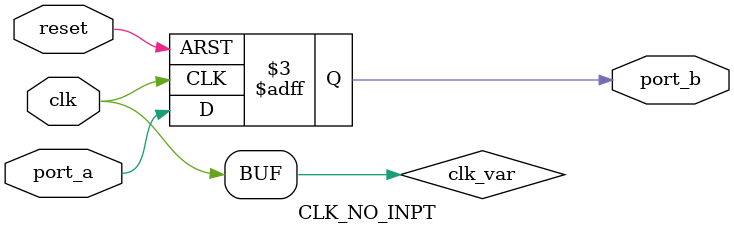
<source format=v>
module CLK_NO_INPT (clk, port_a, reset, port_b);  
   input clk;  
   input reset;  
   input port_a;  
   output port_b;  
   reg port_b;  
   wire clk_var;   
   assign clk_var = clk;

   always @ (posedge clk_var or negedge reset)   
   begin
      if(!reset)    
      port_b <= 1'b0;   
      else    
      port_b <= port_a; 
   end

endmodule


</source>
